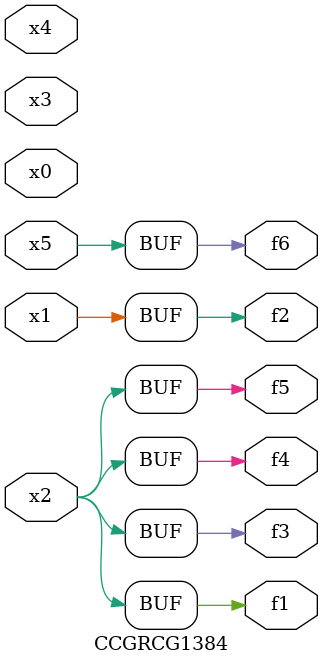
<source format=v>
module CCGRCG1384(
	input x0, x1, x2, x3, x4, x5,
	output f1, f2, f3, f4, f5, f6
);
	assign f1 = x2;
	assign f2 = x1;
	assign f3 = x2;
	assign f4 = x2;
	assign f5 = x2;
	assign f6 = x5;
endmodule

</source>
